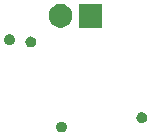
<source format=gbs>
G04 #@! TF.GenerationSoftware,KiCad,Pcbnew,6.0.0-rc1-unknown-2fdf13a~66~ubuntu16.04.1*
G04 #@! TF.CreationDate,2018-11-18T17:19:58+00:00*
G04 #@! TF.ProjectId,demo,64656d6f-2e6b-4696-9361-645f70636258,rev?*
G04 #@! TF.SameCoordinates,Original*
G04 #@! TF.FileFunction,Soldermask,Bot*
G04 #@! TF.FilePolarity,Negative*
%FSLAX46Y46*%
G04 Gerber Fmt 4.6, Leading zero omitted, Abs format (unit mm)*
G04 Created by KiCad (PCBNEW 6.0.0-rc1-unknown-2fdf13a~66~ubuntu16.04.1) date Sun 18 Nov 2018 17:19:58 GMT*
%MOMM*%
%LPD*%
G01*
G04 APERTURE LIST*
%ADD10C,0.100000*%
G04 APERTURE END LIST*
D10*
G36*
X224131552Y-12166331D02*
X224213625Y-12200327D01*
X224213626Y-12200328D01*
X224213629Y-12200329D01*
X224263525Y-12233669D01*
X224287500Y-12249689D01*
X224350311Y-12312500D01*
X224350313Y-12312503D01*
X224350314Y-12312504D01*
X224399671Y-12386371D01*
X224399672Y-12386374D01*
X224399673Y-12386375D01*
X224433669Y-12468448D01*
X224451000Y-12555579D01*
X224451000Y-12644421D01*
X224433669Y-12731552D01*
X224399673Y-12813625D01*
X224399671Y-12813629D01*
X224350314Y-12887496D01*
X224350311Y-12887500D01*
X224287500Y-12950311D01*
X224287497Y-12950313D01*
X224287496Y-12950314D01*
X224213629Y-12999671D01*
X224213626Y-12999672D01*
X224213625Y-12999673D01*
X224131552Y-13033669D01*
X224044421Y-13051000D01*
X223955579Y-13051000D01*
X223868448Y-13033669D01*
X223786375Y-12999673D01*
X223786374Y-12999672D01*
X223786371Y-12999671D01*
X223712504Y-12950314D01*
X223712503Y-12950313D01*
X223712500Y-12950311D01*
X223649689Y-12887500D01*
X223649686Y-12887496D01*
X223600329Y-12813629D01*
X223600327Y-12813625D01*
X223566331Y-12731552D01*
X223549000Y-12644421D01*
X223549000Y-12555579D01*
X223566331Y-12468448D01*
X223600327Y-12386375D01*
X223600328Y-12386374D01*
X223600329Y-12386371D01*
X223649686Y-12312504D01*
X223649687Y-12312503D01*
X223649689Y-12312500D01*
X223712500Y-12249689D01*
X223736475Y-12233669D01*
X223786371Y-12200329D01*
X223786374Y-12200328D01*
X223786375Y-12200327D01*
X223868448Y-12166331D01*
X223955579Y-12149000D01*
X224044421Y-12149000D01*
X224131552Y-12166331D01*
X224131552Y-12166331D01*
G37*
G36*
X230931552Y-11366331D02*
X231013625Y-11400327D01*
X231013626Y-11400328D01*
X231013629Y-11400329D01*
X231087496Y-11449686D01*
X231087500Y-11449689D01*
X231150311Y-11512500D01*
X231150313Y-11512503D01*
X231150314Y-11512504D01*
X231199671Y-11586371D01*
X231199672Y-11586374D01*
X231199673Y-11586375D01*
X231233669Y-11668448D01*
X231251000Y-11755579D01*
X231251000Y-11844421D01*
X231233669Y-11931552D01*
X231199673Y-12013625D01*
X231199671Y-12013629D01*
X231150314Y-12087496D01*
X231150311Y-12087500D01*
X231087500Y-12150311D01*
X231087497Y-12150313D01*
X231087496Y-12150314D01*
X231013629Y-12199671D01*
X231013626Y-12199672D01*
X231013625Y-12199673D01*
X230931552Y-12233669D01*
X230844421Y-12251000D01*
X230755579Y-12251000D01*
X230668448Y-12233669D01*
X230586375Y-12199673D01*
X230586374Y-12199672D01*
X230586371Y-12199671D01*
X230512504Y-12150314D01*
X230512503Y-12150313D01*
X230512500Y-12150311D01*
X230449689Y-12087500D01*
X230449686Y-12087496D01*
X230400329Y-12013629D01*
X230400327Y-12013625D01*
X230366331Y-11931552D01*
X230349000Y-11844421D01*
X230349000Y-11755579D01*
X230366331Y-11668448D01*
X230400327Y-11586375D01*
X230400328Y-11586374D01*
X230400329Y-11586371D01*
X230449686Y-11512504D01*
X230449687Y-11512503D01*
X230449689Y-11512500D01*
X230512500Y-11449689D01*
X230512504Y-11449686D01*
X230586371Y-11400329D01*
X230586374Y-11400328D01*
X230586375Y-11400327D01*
X230668448Y-11366331D01*
X230755579Y-11349000D01*
X230844421Y-11349000D01*
X230931552Y-11366331D01*
X230931552Y-11366331D01*
G37*
G36*
X221531552Y-4966331D02*
X221613625Y-5000327D01*
X221613626Y-5000328D01*
X221613629Y-5000329D01*
X221687496Y-5049686D01*
X221687500Y-5049689D01*
X221750311Y-5112500D01*
X221750313Y-5112503D01*
X221750314Y-5112504D01*
X221799671Y-5186371D01*
X221799672Y-5186374D01*
X221799673Y-5186375D01*
X221833669Y-5268448D01*
X221851000Y-5355579D01*
X221851000Y-5444421D01*
X221833669Y-5531552D01*
X221825897Y-5550314D01*
X221799671Y-5613629D01*
X221774700Y-5651000D01*
X221750311Y-5687500D01*
X221687500Y-5750311D01*
X221687497Y-5750313D01*
X221687496Y-5750314D01*
X221613629Y-5799671D01*
X221613626Y-5799672D01*
X221613625Y-5799673D01*
X221531552Y-5833669D01*
X221444421Y-5851000D01*
X221355579Y-5851000D01*
X221268448Y-5833669D01*
X221186375Y-5799673D01*
X221186374Y-5799672D01*
X221186371Y-5799671D01*
X221112504Y-5750314D01*
X221112503Y-5750313D01*
X221112500Y-5750311D01*
X221049689Y-5687500D01*
X221025300Y-5651000D01*
X221000329Y-5613629D01*
X220974103Y-5550314D01*
X220966331Y-5531552D01*
X220949000Y-5444421D01*
X220949000Y-5355579D01*
X220966331Y-5268448D01*
X221000327Y-5186375D01*
X221000328Y-5186374D01*
X221000329Y-5186371D01*
X221049686Y-5112504D01*
X221049687Y-5112503D01*
X221049689Y-5112500D01*
X221112500Y-5049689D01*
X221112504Y-5049686D01*
X221186371Y-5000329D01*
X221186374Y-5000328D01*
X221186375Y-5000327D01*
X221268448Y-4966331D01*
X221355579Y-4949000D01*
X221444421Y-4949000D01*
X221531552Y-4966331D01*
X221531552Y-4966331D01*
G37*
G36*
X219731552Y-4766331D02*
X219813625Y-4800327D01*
X219813626Y-4800328D01*
X219813629Y-4800329D01*
X219887496Y-4849686D01*
X219887500Y-4849689D01*
X219950311Y-4912500D01*
X219950313Y-4912503D01*
X219950314Y-4912504D01*
X219999671Y-4986371D01*
X219999672Y-4986374D01*
X219999673Y-4986375D01*
X220033669Y-5068448D01*
X220051000Y-5155579D01*
X220051000Y-5244421D01*
X220033669Y-5331552D01*
X219999673Y-5413625D01*
X219999671Y-5413629D01*
X219979096Y-5444421D01*
X219950311Y-5487500D01*
X219887500Y-5550311D01*
X219887497Y-5550313D01*
X219887496Y-5550314D01*
X219813629Y-5599671D01*
X219813626Y-5599672D01*
X219813625Y-5599673D01*
X219731552Y-5633669D01*
X219644421Y-5651000D01*
X219555579Y-5651000D01*
X219468448Y-5633669D01*
X219386375Y-5599673D01*
X219386374Y-5599672D01*
X219386371Y-5599671D01*
X219312504Y-5550314D01*
X219312503Y-5550313D01*
X219312500Y-5550311D01*
X219249689Y-5487500D01*
X219220904Y-5444421D01*
X219200329Y-5413629D01*
X219200327Y-5413625D01*
X219166331Y-5331552D01*
X219149000Y-5244421D01*
X219149000Y-5155579D01*
X219166331Y-5068448D01*
X219200327Y-4986375D01*
X219200328Y-4986374D01*
X219200329Y-4986371D01*
X219249686Y-4912504D01*
X219249687Y-4912503D01*
X219249689Y-4912500D01*
X219312500Y-4849689D01*
X219312504Y-4849686D01*
X219386371Y-4800329D01*
X219386374Y-4800328D01*
X219386375Y-4800327D01*
X219468448Y-4766331D01*
X219555579Y-4749000D01*
X219644421Y-4749000D01*
X219731552Y-4766331D01*
X219731552Y-4766331D01*
G37*
G36*
X227471000Y-4201000D02*
X225469000Y-4201000D01*
X225469000Y-2199000D01*
X227471000Y-2199000D01*
X227471000Y-4201000D01*
X227471000Y-4201000D01*
G37*
G36*
X224221981Y-2237468D02*
X224404150Y-2312925D01*
X224568103Y-2422475D01*
X224707525Y-2561897D01*
X224817075Y-2725850D01*
X224892532Y-2908019D01*
X224931000Y-3101410D01*
X224931000Y-3298590D01*
X224892532Y-3491981D01*
X224817075Y-3674150D01*
X224707525Y-3838103D01*
X224568103Y-3977525D01*
X224404150Y-4087075D01*
X224221981Y-4162532D01*
X224028590Y-4201000D01*
X223831410Y-4201000D01*
X223638019Y-4162532D01*
X223455850Y-4087075D01*
X223291897Y-3977525D01*
X223152475Y-3838103D01*
X223042925Y-3674150D01*
X222967468Y-3491981D01*
X222929000Y-3298590D01*
X222929000Y-3101410D01*
X222967468Y-2908019D01*
X223042925Y-2725850D01*
X223152475Y-2561897D01*
X223291897Y-2422475D01*
X223455850Y-2312925D01*
X223638019Y-2237468D01*
X223831410Y-2199000D01*
X224028590Y-2199000D01*
X224221981Y-2237468D01*
X224221981Y-2237468D01*
G37*
M02*

</source>
